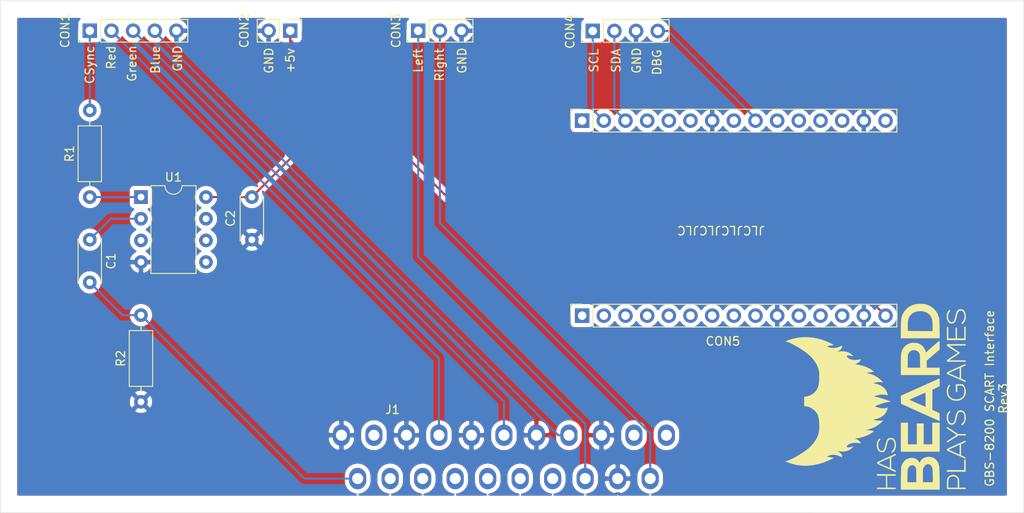
<source format=kicad_pcb>
(kicad_pcb (version 20171130) (host pcbnew "(5.1.5)-3")
  (layers (0 F.Cu signal) (31 B.Cu signal) (34 B.Paste user) (35 F.Paste user) (36 B.SilkS user) (37 F.SilkS user) (38 B.Mask user) (39 F.Mask user) (44 Edge.Cuts user))
  (net 0 "")
  (net 1 "Net-(C1-Pad1)")
  (net 2 "Net-(C1-Pad2)")
  (net 3 +5V)
  (net 4 GND)
  (net 5 "Net-(CON2-Pad1)")
  (net 6 /R)
  (net 7 /G)
  (net 8 /B)
  (net 9 "Net-(CON4-PadA0)")
  (net 10 "Net-(CON4-PadR1)")
  (net 11 "Net-(CON4-PadR2)")
  (net 12 "Net-(CON4-PadSDD3)")
  (net 13 "Net-(CON4-PadSDD2)")
  (net 14 "Net-(CON4-PadSDD1)")
  (net 15 "Net-(CON4-PadSDCMD)")
  (net 16 "Net-(CON4-PadSDD0)")
  (net 17 "Net-(CON4-PadSDCLK)")
  (net 18 "Net-(CON4-Pad3v3_3)")
  (net 19 "Net-(CON4-PadEN)")
  (net 20 "Net-(CON4-PadRST)")
  (net 21 "Net-(CON4-PadRX)")
  (net 22 "Net-(CON4-PadD7)")
  (net 23 /SCL)
  (net 24 "Net-(CON4-PadD4)")
  (net 25 "Net-(CON4-PadD5)")
  (net 26 "Net-(CON4-PadTX)")
  (net 27 "Net-(CON4-PadD0)")
  (net 28 "Net-(CON4-PadD8)")
  (net 29 "Net-(CON4-PadD6)")
  (net 30 /SDA)
  (net 31 "Net-(CON4-Pad3v3_2)")
  (net 32 "Net-(CON4-PadD3)")
  (net 33 "Net-(CON4-Pad3v3_1)")
  (net 34 "Net-(J1-Pad1)")
  (net 35 "Net-(J1-Pad3)")
  (net 36 "Net-(J1-Pad19)")
  (net 37 "Net-(J1-Pad18)")
  (net 38 "Net-(J1-Pad16)")
  (net 39 "Net-(J1-Pad14)")
  (net 40 "Net-(J1-Pad12)")
  (net 41 "Net-(J1-Pad10)")
  (net 42 "Net-(J1-Pad8)")
  (net 43 /CSync)
  (net 44 "Net-(U1-Pad5)")
  (net 45 "Net-(U1-Pad6)")
  (net 46 "Net-(U1-Pad3)")
  (net 47 "Net-(U1-Pad7)")
  (net 48 /Right)
  (net 49 /Left)
  (module SCART_to_GBS8200:NodeMCU_r2 (layer F.Cu) (at 118.22 126.9 90)
    (fp_text reference CON5 (at -3 16.5) (layer F.SilkS))
    (fp_text value NodeMCU)
    (pad 3v3_1 thru_hole oval (at 22.86 12.7 90) (size 1.7 1.7) (drill 1) (layers *.Cu *.Mask) (net 33 "Net-(CON4-Pad3v3_1)"))
    (pad D3 thru_hole oval (at 22.86 7.62 90) (size 1.7 1.7) (drill 1) (layers *.Cu *.Mask) (net 32 "Net-(CON4-PadD3)"))
    (pad 3v3_2 thru_hole oval (at 22.86 35.56 90) (size 1.7 1.7) (drill 1) (layers *.Cu *.Mask) (net 31 "Net-(CON4-Pad3v3_2)"))
    (pad D2 thru_hole oval (at 22.86 5.08 90) (size 1.7 1.7) (drill 1) (layers *.Cu *.Mask) (net 30 /SDA))
    (pad D6 thru_hole oval (at 22.86 20.32 90) (size 1.7 1.7) (drill 1) (layers *.Cu *.Mask) (net 29 "Net-(CON4-PadD6)"))
    (pad GND_0 thru_hole oval (at 22.86 15.24 90) (size 1.7 1.7) (drill 1) (layers *.Cu *.Mask) (net 4 GND))
    (pad D8 thru_hole oval (at 22.86 25.4 90) (size 1.7 1.7) (drill 1) (layers *.Cu *.Mask) (net 28 "Net-(CON4-PadD8)"))
    (pad D0 thru_hole rect (at 22.86 0 90) (size 1.7 1.7) (drill 1) (layers *.Cu *.Mask) (net 27 "Net-(CON4-PadD0)"))
    (pad TX thru_hole oval (at 22.86 30.48 90) (size 1.7 1.7) (drill 1) (layers *.Cu *.Mask) (net 26 "Net-(CON4-PadTX)"))
    (pad D5 thru_hole oval (at 22.86 17.78 90) (size 1.7 1.7) (drill 1) (layers *.Cu *.Mask) (net 25 "Net-(CON4-PadD5)"))
    (pad D4 thru_hole oval (at 22.86 10.16 90) (size 1.7 1.7) (drill 1) (layers *.Cu *.Mask) (net 24 "Net-(CON4-PadD4)"))
    (pad D1 thru_hole oval (at 22.86 2.54 90) (size 1.7 1.7) (drill 1) (layers *.Cu *.Mask) (net 23 /SCL))
    (pad D7 thru_hole oval (at 22.86 22.86 90) (size 1.7 1.7) (drill 1) (layers *.Cu *.Mask) (net 22 "Net-(CON4-PadD7)"))
    (pad RX thru_hole oval (at 22.86 27.94 90) (size 1.7 1.7) (drill 1) (layers *.Cu *.Mask) (net 21 "Net-(CON4-PadRX)"))
    (pad GND_1 thru_hole oval (at 22.86 33.02 90) (size 1.7 1.7) (drill 1) (layers *.Cu *.Mask) (net 4 GND))
    (pad VIN thru_hole oval (at 0 35.56 90) (size 1.7 1.7) (drill 1) (layers *.Cu *.Mask) (net 3 +5V))
    (pad GND_3 thru_hole oval (at 0 33.02 90) (size 1.7 1.7) (drill 1) (layers *.Cu *.Mask) (net 4 GND))
    (pad RST thru_hole oval (at 0 30.48 90) (size 1.7 1.7) (drill 1) (layers *.Cu *.Mask) (net 20 "Net-(CON4-PadRST)"))
    (pad EN thru_hole oval (at 0 27.94 90) (size 1.7 1.7) (drill 1) (layers *.Cu *.Mask) (net 19 "Net-(CON4-PadEN)"))
    (pad 3v3_3 thru_hole oval (at 0 25.4 90) (size 1.7 1.7) (drill 1) (layers *.Cu *.Mask) (net 18 "Net-(CON4-Pad3v3_3)"))
    (pad GND_2 thru_hole oval (at 0 22.86 90) (size 1.7 1.7) (drill 1) (layers *.Cu *.Mask) (net 4 GND))
    (pad SDCLK thru_hole oval (at 0 20.32 90) (size 1.7 1.7) (drill 1) (layers *.Cu *.Mask) (net 17 "Net-(CON4-PadSDCLK)"))
    (pad SDD0 thru_hole oval (at 0 17.78 90) (size 1.7 1.7) (drill 1) (layers *.Cu *.Mask) (net 16 "Net-(CON4-PadSDD0)"))
    (pad SDCMD thru_hole oval (at 0 15.24 90) (size 1.7 1.7) (drill 1) (layers *.Cu *.Mask) (net 15 "Net-(CON4-PadSDCMD)"))
    (pad SDD1 thru_hole oval (at 0 12.7 90) (size 1.7 1.7) (drill 1) (layers *.Cu *.Mask) (net 14 "Net-(CON4-PadSDD1)"))
    (pad SDD2 thru_hole oval (at 0 10.16 90) (size 1.7 1.7) (drill 1) (layers *.Cu *.Mask) (net 13 "Net-(CON4-PadSDD2)"))
    (pad SDD3 thru_hole oval (at 0 7.62 90) (size 1.7 1.7) (drill 1) (layers *.Cu *.Mask) (net 12 "Net-(CON4-PadSDD3)"))
    (pad R2 thru_hole oval (at 0 5.08 90) (size 1.7 1.7) (drill 1) (layers *.Cu *.Mask) (net 11 "Net-(CON4-PadR2)"))
    (pad R1 thru_hole oval (at 0 2.54 90) (size 1.7 1.7) (drill 1) (layers *.Cu *.Mask) (net 10 "Net-(CON4-PadR1)"))
    (pad A0 thru_hole rect (at 0 0 90) (size 1.7 1.7) (drill 1) (layers *.Cu *.Mask) (net 9 "Net-(CON4-PadA0)"))
  )
  (module BeardLogo:BeardLogoR3 (layer F.Cu) (at 152.6 136.4 90)
    (fp_text reference G*** hide)
    (fp_text value LOGO hide)
  )
  (module Resistor_THT:R_Axial_DIN0207_L6.3mm_D2.5mm_P10.16mm_Horizontal (layer F.Cu) (at 60.5 113 90)
    (fp_text reference R1 (at 5.08 -2.37 90) (layer F.SilkS))
    (fp_text value 470R)
    (pad 2 thru_hole oval (at 10.16 0 90) (size 1.6 1.6) (drill 0.8) (layers *.Cu *.Mask) (net 5 "Net-(CON2-Pad1)"))
    (pad 1 thru_hole circle (at 0 0 90) (size 1.6 1.6) (drill 0.8) (layers *.Cu *.Mask) (net 43 /CSync))
  )
  (module Connector_PinHeader_2.54mm:PinHeader_1x04_P2.54mm_Vertical (layer F.Cu) (at 119.46 93.53 90)
    (fp_text reference CON4 (at -0.07 -2.66 90) (layer F.SilkS))
    (fp_text value HDR_I2C)
    (pad 4 thru_hole oval (at 0 7.62 90) (size 1.7 1.7) (drill 1) (layers *.Cu *.Mask) (net 29 "Net-(CON4-PadD6)"))
    (pad 3 thru_hole oval (at 0 5.08 90) (size 1.7 1.7) (drill 1) (layers *.Cu *.Mask) (net 4 GND))
    (pad 2 thru_hole oval (at 0 2.54 90) (size 1.7 1.7) (drill 1) (layers *.Cu *.Mask) (net 30 /SDA))
    (pad 1 thru_hole rect (at 0 0 90) (size 1.7 1.7) (drill 1) (layers *.Cu *.Mask) (net 23 /SCL))
  )
  (module Connector_PinHeader_2.54mm:PinHeader_1x02_P2.54mm_Vertical (layer F.Cu) (at 84 93.5 270)
    (fp_text reference CON2 (at 0 5.4 90) (layer F.SilkS))
    (fp_text value HDR_PWR)
    (pad 2 thru_hole oval (at 0 2.54 270) (size 1.7 1.7) (drill 1) (layers *.Cu *.Mask) (net 4 GND))
    (pad 1 thru_hole rect (at 0 0 270) (size 1.7 1.7) (drill 1) (layers *.Cu *.Mask) (net 3 +5V))
  )
  (module Package_DIP:DIP-8_W7.62mm (layer F.Cu) (at 66.5 113)
    (fp_text reference U1 (at 3.81 -2.33) (layer F.SilkS))
    (fp_text value LM1881)
    (pad 8 thru_hole oval (at 7.62 0) (size 1.6 1.6) (drill 0.8) (layers *.Cu *.Mask) (net 3 +5V))
    (pad 4 thru_hole oval (at 0 7.62) (size 1.6 1.6) (drill 0.8) (layers *.Cu *.Mask) (net 4 GND))
    (pad 7 thru_hole oval (at 7.62 2.54) (size 1.6 1.6) (drill 0.8) (layers *.Cu *.Mask) (net 47 "Net-(U1-Pad7)"))
    (pad 3 thru_hole oval (at 0 5.08) (size 1.6 1.6) (drill 0.8) (layers *.Cu *.Mask) (net 46 "Net-(U1-Pad3)"))
    (pad 6 thru_hole oval (at 7.62 5.08) (size 1.6 1.6) (drill 0.8) (layers *.Cu *.Mask) (net 45 "Net-(U1-Pad6)"))
    (pad 2 thru_hole oval (at 0 2.54) (size 1.6 1.6) (drill 0.8) (layers *.Cu *.Mask) (net 1 "Net-(C1-Pad1)"))
    (pad 5 thru_hole oval (at 7.62 7.62) (size 1.6 1.6) (drill 0.8) (layers *.Cu *.Mask) (net 44 "Net-(U1-Pad5)"))
    (pad 1 thru_hole rect (at 0 0) (size 1.6 1.6) (drill 0.8) (layers *.Cu *.Mask) (net 43 /CSync))
  )
  (module Resistor_THT:R_Axial_DIN0207_L6.3mm_D2.5mm_P10.16mm_Horizontal (layer F.Cu) (at 66.5 137 90)
    (fp_text reference R2 (at 5.08 -2.37 90) (layer F.SilkS))
    (fp_text value 75R)
    (pad 2 thru_hole oval (at 10.16 0 90) (size 1.6 1.6) (drill 0.8) (layers *.Cu *.Mask) (net 2 "Net-(C1-Pad2)"))
    (pad 1 thru_hole circle (at 0 0 90) (size 1.6 1.6) (drill 0.8) (layers *.Cu *.Mask) (net 4 GND))
  )
  (module SCART_to_GBS8200:SCART_PCBMount (layer F.Cu) (at 90 140.92)
    (fp_text reference J1 (at 6 -3) (layer F.SilkS))
    (fp_text value SCART-F)
    (pad 2 thru_hole oval (at 36.195 5.08) (size 2 2.5) (drill 1.3) (layers *.Cu *.Mask) (net 48 /Right))
    (pad 4 thru_hole oval (at 32.385 5.08) (size 2 2.5) (drill 1.3) (layers *.Cu *.Mask) (net 4 GND))
    (pad 6 thru_hole oval (at 28.575 5.08) (size 2 2.5) (drill 1.3) (layers *.Cu *.Mask) (net 49 /Left))
    (pad 8 thru_hole oval (at 24.765 5.08) (size 2 2.5) (drill 1.3) (layers *.Cu *.Mask) (net 42 "Net-(J1-Pad8)"))
    (pad 10 thru_hole oval (at 20.955 5.08) (size 2 2.5) (drill 1.3) (layers *.Cu *.Mask) (net 41 "Net-(J1-Pad10)"))
    (pad 12 thru_hole oval (at 17.145 5.08) (size 2 2.5) (drill 1.3) (layers *.Cu *.Mask) (net 40 "Net-(J1-Pad12)"))
    (pad 14 thru_hole oval (at 13.335 5.08) (size 2 2.5) (drill 1.3) (layers *.Cu *.Mask) (net 39 "Net-(J1-Pad14)"))
    (pad 16 thru_hole oval (at 9.525 5.08) (size 2 2.5) (drill 1.3) (layers *.Cu *.Mask) (net 38 "Net-(J1-Pad16)"))
    (pad 18 thru_hole oval (at 5.715 5.08) (size 2 2.5) (drill 1.3) (layers *.Cu *.Mask) (net 37 "Net-(J1-Pad18)"))
    (pad 20 thru_hole oval (at 1.905 5.08) (size 2 2.5) (drill 1.3) (layers *.Cu *.Mask) (net 2 "Net-(C1-Pad2)"))
    (pad 21 thru_hole oval (at 0 0) (size 2 2.5) (drill 1.3) (layers *.Cu *.Mask) (net 4 GND))
    (pad 19 thru_hole oval (at 3.81 0) (size 2 2.5) (drill 1.3) (layers *.Cu *.Mask) (net 36 "Net-(J1-Pad19)"))
    (pad 17 thru_hole oval (at 7.62 0) (size 2 2.5) (drill 1.3) (layers *.Cu *.Mask) (net 4 GND))
    (pad 15 thru_hole oval (at 11.43 0) (size 2 2.5) (drill 1.3) (layers *.Cu *.Mask) (net 6 /R))
    (pad 13 thru_hole oval (at 15.24 0) (size 2 2.5) (drill 1.3) (layers *.Cu *.Mask) (net 4 GND))
    (pad 11 thru_hole oval (at 19.05 0) (size 2 2.5) (drill 1.3) (layers *.Cu *.Mask) (net 7 /G))
    (pad 9 thru_hole oval (at 22.86 0) (size 2 2.5) (drill 1.3) (layers *.Cu *.Mask) (net 4 GND))
    (pad 7 thru_hole oval (at 26.67 0) (size 2 2.5) (drill 1.3) (layers *.Cu *.Mask) (net 8 /B))
    (pad 5 thru_hole oval (at 30.48 0) (size 2 2.5) (drill 1.3) (layers *.Cu *.Mask) (net 4 GND))
    (pad 3 thru_hole oval (at 34.29 0) (size 2 2.5) (drill 1.3) (layers *.Cu *.Mask) (net 35 "Net-(J1-Pad3)"))
    (pad 1 thru_hole oval (at 38.1 0) (size 2 2.5) (drill 1.3) (layers *.Cu *.Mask) (net 34 "Net-(J1-Pad1)"))
  )
  (module Connector_PinHeader_2.54mm:PinHeader_1x03_P2.54mm_Vertical (layer F.Cu) (at 99 93.5 90)
    (fp_text reference CON3 (at 0 -2.6 90) (layer F.SilkS))
    (fp_text value Audio_Out)
    (pad 3 thru_hole oval (at 0 5.08 90) (size 1.7 1.7) (drill 1) (layers *.Cu *.Mask) (net 4 GND))
    (pad 2 thru_hole oval (at 0 2.54 90) (size 1.7 1.7) (drill 1) (layers *.Cu *.Mask) (net 48 /Right))
    (pad 1 thru_hole rect (at 0 0 90) (size 1.7 1.7) (drill 1) (layers *.Cu *.Mask) (net 49 /Left))
  )
  (module Connector_PinHeader_2.54mm:PinHeader_1x05_P2.54mm_Vertical (layer F.Cu) (at 60.5 93.5 90)
    (fp_text reference CON1 (at 0 -2.9 90) (layer F.SilkS))
    (fp_text value HDR_RGBS)
    (pad 5 thru_hole oval (at 0 10.16 90) (size 1.7 1.7) (drill 1) (layers *.Cu *.Mask) (net 4 GND))
    (pad 4 thru_hole oval (at 0 7.62 90) (size 1.7 1.7) (drill 1) (layers *.Cu *.Mask) (net 8 /B))
    (pad 3 thru_hole oval (at 0 5.08 90) (size 1.7 1.7) (drill 1) (layers *.Cu *.Mask) (net 7 /G))
    (pad 2 thru_hole oval (at 0 2.54 90) (size 1.7 1.7) (drill 1) (layers *.Cu *.Mask) (net 6 /R))
    (pad 1 thru_hole rect (at 0 0 90) (size 1.7 1.7) (drill 1) (layers *.Cu *.Mask) (net 5 "Net-(CON2-Pad1)"))
  )
  (module Capacitor_THT:C_Disc_D5.0mm_W2.5mm_P5.00mm (layer F.Cu) (at 79.5 118 90)
    (fp_text reference C2 (at 2.5 -2.5 90) (layer F.SilkS))
    (fp_text value 100nF)
    (pad 2 thru_hole circle (at 5 0 90) (size 1.6 1.6) (drill 0.8) (layers *.Cu *.Mask) (net 3 +5V))
    (pad 1 thru_hole circle (at 0 0 90) (size 1.6 1.6) (drill 0.8) (layers *.Cu *.Mask) (net 4 GND))
  )
  (module Capacitor_THT:C_Disc_D5.0mm_W2.5mm_P5.00mm (layer F.Cu) (at 60.5 118 270)
    (fp_text reference C1 (at 2.5 -2.5 90) (layer F.SilkS))
    (fp_text value 100nF)
    (pad 2 thru_hole circle (at 5 0 270) (size 1.6 1.6) (drill 0.8) (layers *.Cu *.Mask) (net 2 "Net-(C1-Pad2)"))
    (pad 1 thru_hole circle (at 0 0 270) (size 1.6 1.6) (drill 0.8) (layers *.Cu *.Mask) (net 1 "Net-(C1-Pad1)"))
  )
  (gr_text DBG (at 127 97.2 90) (layer F.SilkS) (effects (font (size 1 1))))
  (gr_line (start 170 150) (end 145 150) (layer Edge.Cuts) (width 0.05))
  (gr_line (start 170 90) (end 170 150) (layer Edge.Cuts) (width 0.05))
  (gr_line (start 145 90) (end 170 90) (layer Edge.Cuts) (width 0.05))
  (gr_text JLCJLCJLCJLC (at 134.5 116.9 180) (layer F.SilkS) (effects (font (size 1 1))))
  (gr_text "GBS-8200 SCART Interface\nRev3" (at 166.8 136.6 90) (layer F.SilkS) (effects (font (size 1 1))))
  (gr_line (start 50 90) (end 145 90) (layer Edge.Cuts) (width 0.05))
  (gr_line (start 50 150) (end 50 90) (layer Edge.Cuts) (width 0.05))
  (gr_line (start 145 150) (end 50 150) (layer Edge.Cuts) (width 0.05))
  (gr_text GND (at 124.6 97 90) (layer F.SilkS) (effects (font (size 1 1))))
  (gr_text SDA (at 122.2 97 90) (layer F.SilkS) (effects (font (size 1 1))))
  (gr_text SCL (at 119.6 97 90) (layer F.SilkS) (effects (font (size 1 1))))
  (gr_text Left (at 99 97 90) (layer F.SilkS) (effects (font (size 1 1))))
  (gr_text Right (at 101.5 97.5 90) (layer F.SilkS) (effects (font (size 1 1))))
  (gr_text GND (at 104.142 97 90) (layer F.SilkS) (effects (font (size 1 1))))
  (gr_text GND (at 70.8 96.75 90) (layer F.SilkS) (effects (font (size 1 1))))
  (gr_text Blue (at 68.2 96.9 90) (layer F.SilkS) (effects (font (size 1 1))))
  (gr_text Green (at 65.45 97.35 90) (layer F.SilkS) (effects (font (size 1 1))))
  (gr_text Red (at 63 96.638 90) (layer F.SilkS) (effects (font (size 1 1))))
  (gr_text CSync (at 60.5 97.5 90) (layer F.SilkS) (effects (font (size 1 1))))
  (gr_text GND (at 81.5 97 90) (layer F.SilkS) (effects (font (size 1 1))))
  (gr_text +5v (at 84 97 90) (layer F.SilkS) (effects (font (size 1 1))))
  (segment (start 62.96 115.54) (end 66.5 115.54) (width 0.25) (layer B.Cu) (net 1))
  (segment (start 60.5 118) (end 62.96 115.54) (width 0.25) (layer B.Cu) (net 1))
  (segment (start 85.66 146) (end 91.905 146) (width 0.25) (layer B.Cu) (net 2))
  (segment (start 66.5 126.84) (end 85.66 146) (width 0.25) (layer B.Cu) (net 2))
  (segment (start 64.34 126.84) (end 60.5 123) (width 0.25) (layer B.Cu) (net 2))
  (segment (start 66.5 126.84) (end 64.34 126.84) (width 0.25) (layer B.Cu) (net 2))
  (segment (start 84 108.5) (end 79.5 113) (width 0.25) (layer F.Cu) (net 3))
  (segment (start 84 93.5) (end 84 108.5) (width 0.25) (layer F.Cu) (net 3))
  (segment (start 79.5 113) (end 74.12 113) (width 0.25) (layer F.Cu) (net 3))
  (segment (start 153.78 126.9) (end 139.88 113) (width 0.25) (layer F.Cu) (net 3))
  (segment (start 84 94.6) (end 84 93.5) (width 0.25) (layer F.Cu) (net 3))
  (segment (start 102.4 113) (end 84 94.6) (width 0.25) (layer F.Cu) (net 3))
  (segment (start 139.88 113) (end 102.4 113) (width 0.25) (layer F.Cu) (net 3))
  (segment (start 60.5 102.84) (end 60.5 93.5) (width 0.25) (layer B.Cu) (net 5))
  (segment (start 63.889999 94.349999) (end 63.889999 94.389999) (width 0.25) (layer B.Cu) (net 6))
  (segment (start 63.04 93.5) (end 63.889999 94.349999) (width 0.25) (layer B.Cu) (net 6))
  (segment (start 101.43 131.93) (end 101.43 140.92) (width 0.25) (layer B.Cu) (net 6))
  (segment (start 63.889999 94.389999) (end 101.43 131.93) (width 0.25) (layer B.Cu) (net 6))
  (segment (start 109.05 136.97) (end 109.05 140.92) (width 0.25) (layer B.Cu) (net 7))
  (segment (start 65.58 93.5) (end 109.05 136.97) (width 0.25) (layer B.Cu) (net 7))
  (segment (start 68.12 93.62) (end 68.12 93.5) (width 0.25) (layer B.Cu) (net 8))
  (segment (start 115.42 140.92) (end 68.12 93.62) (width 0.25) (layer B.Cu) (net 8))
  (segment (start 116.67 140.92) (end 115.42 140.92) (width 0.25) (layer B.Cu) (net 8))
  (segment (start 119.46 102.74) (end 120.76 104.04) (width 0.25) (layer B.Cu) (net 23))
  (segment (start 119.46 93.53) (end 119.46 102.74) (width 0.25) (layer B.Cu) (net 23))
  (segment (start 138.54 103.787919) (end 138.54 104.04) (width 0.25) (layer B.Cu) (net 29))
  (segment (start 128.282081 93.53) (end 138.54 103.787919) (width 0.25) (layer B.Cu) (net 29))
  (segment (start 127.08 93.53) (end 128.282081 93.53) (width 0.25) (layer B.Cu) (net 29))
  (segment (start 122 102.74) (end 123.3 104.04) (width 0.25) (layer B.Cu) (net 30))
  (segment (start 122 93.53) (end 122 102.74) (width 0.25) (layer B.Cu) (net 30))
  (segment (start 60.5 113) (end 66.5 113) (width 0.25) (layer B.Cu) (net 43))
  (segment (start 126.195 144.5) (end 126.195 146) (width 0.25) (layer B.Cu) (net 48))
  (segment (start 126.195 140.701153) (end 126.195 144.5) (width 0.25) (layer B.Cu) (net 48))
  (segment (start 101.54 116.046153) (end 126.195 140.701153) (width 0.25) (layer B.Cu) (net 48))
  (segment (start 101.54 93.5) (end 101.54 116.046153) (width 0.25) (layer B.Cu) (net 48))
  (segment (start 118.575 146) (end 118.575 146.575) (width 0.25) (layer F.Cu) (net 49))
  (segment (start 118.575 144.5) (end 118.575 146) (width 0.25) (layer B.Cu) (net 49))
  (segment (start 118.575 139.575) (end 118.575 144.5) (width 0.25) (layer B.Cu) (net 49))
  (segment (start 99 120) (end 118.575 139.575) (width 0.25) (layer B.Cu) (net 49))
  (segment (start 99 93.5) (end 99 120) (width 0.25) (layer B.Cu) (net 49))
  (zone (net 4) (net_name GND) (layer B.Cu) (connect_pads (clearance 0.508)) (min_thickness 0.254) (fill yes (arc_segments 32) (thermal_gap 0.508) (thermal_bridge_width 0.508))
    (polygon (pts (xy 168 148) (xy 52 148) (xy 52 92) (xy 168 92)))
  )
  (zone (net 4) (net_name GND) (layer F.Cu) (connect_pads (clearance 0.508)) (min_thickness 0.254) (fill yes (arc_segments 32) (thermal_gap 0.508) (thermal_bridge_width 0.508))
    (polygon (pts (xy 168 148) (xy 52 148) (xy 52 92) (xy 168 92)))
  )
)
</source>
